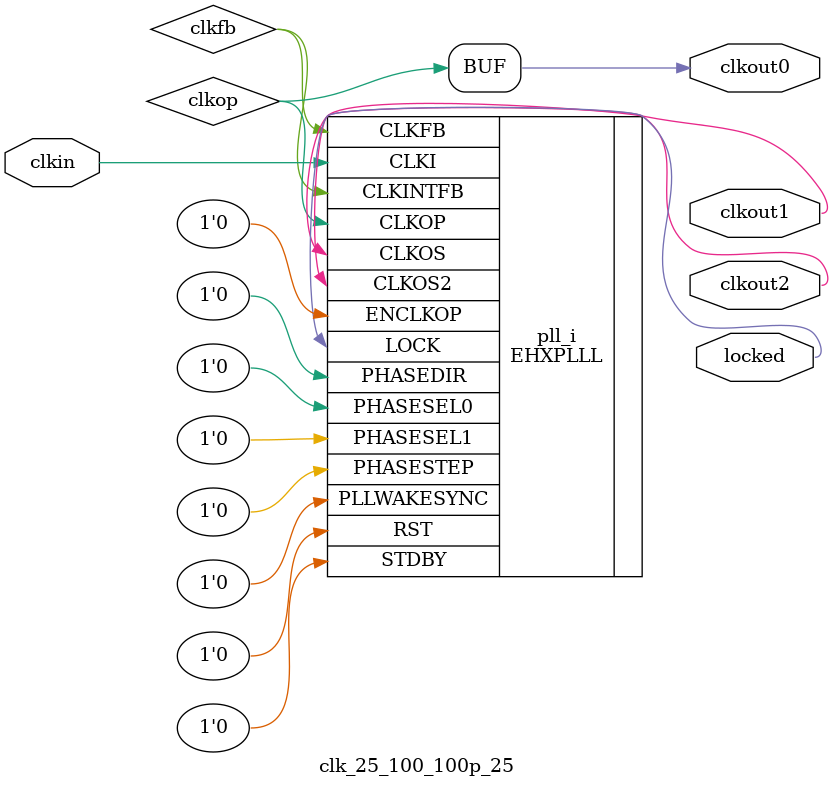
<source format=v>
module clk_25_100_100p_25
(
    input clkin, // 25 MHz, 0 deg
    output clkout0, // 100 MHz, 0 deg
    output clkout1, // 100 MHz, 225 deg
    output clkout2, // 25 MHz, 0 deg
    output locked
);
wire clkfb;
wire clkos;
wire clkop;
(* ICP_CURRENT="12" *) (* LPF_RESISTOR="8" *) (* MFG_ENABLE_FILTEROPAMP="1" *) (* MFG_GMCREF_SEL="2" *)
EHXPLLL #(
        .PLLRST_ENA("DISABLED"),
        .INTFB_WAKE("DISABLED"),
        .STDBY_ENABLE("DISABLED"),
        .DPHASE_SOURCE("DISABLED"),
        .CLKOP_FPHASE(0),
        .CLKOP_CPHASE(2),
        .OUTDIVIDER_MUXA("DIVA"),
        .CLKOP_ENABLE("ENABLED"),
        .CLKOP_DIV(6),
        .CLKOS_ENABLE("ENABLED"),
        .CLKOS_DIV(6),
        .CLKOS_CPHASE(5),
        .CLKOS_FPHASE(6),
        .CLKOS2_ENABLE("ENABLED"),
        .CLKOS2_DIV(24),
        .CLKOS2_CPHASE(2),
        .CLKOS2_FPHASE(0),
        .CLKFB_DIV(4),
        .CLKI_DIV(1),
        .FEEDBK_PATH("INT_OP")
    ) pll_i (
        .CLKI(clkin),
        .CLKFB(clkfb),
        .CLKINTFB(clkfb),
        .CLKOP(clkop),
        .CLKOS(clkout1),
        .CLKOS2(clkout2),
        .RST(1'b0),
        .STDBY(1'b0),
        .PHASESEL0(1'b0),
        .PHASESEL1(1'b0),
        .PHASEDIR(1'b0),
        .PHASESTEP(1'b0),
        .PLLWAKESYNC(1'b0),
        .ENCLKOP(1'b0),
        .LOCK(locked)
	);
assign clkout0 = clkop;
endmodule

</source>
